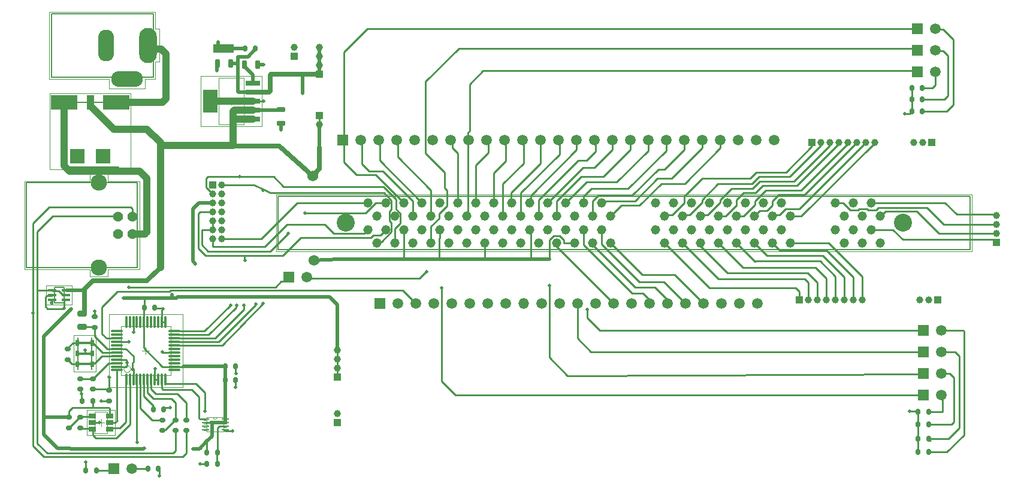
<source format=gtl>
G04*
G04 #@! TF.GenerationSoftware,Altium Limited,Altium Designer,19.1.7 (138)*
G04*
G04 Layer_Physical_Order=1*
G04 Layer_Color=255*
%FSAX43Y43*%
%MOMM*%
G71*
G01*
G75*
%ADD14C,0.200*%
%ADD15C,0.000*%
%ADD16C,0.127*%
%ADD17C,0.100*%
%ADD18C,0.254*%
%ADD19C,0.050*%
G04:AMPARAMS|DCode=20|XSize=0.7mm|YSize=1.25mm|CornerRadius=0.175mm|HoleSize=0mm|Usage=FLASHONLY|Rotation=0.000|XOffset=0mm|YOffset=0mm|HoleType=Round|Shape=RoundedRectangle|*
%AMROUNDEDRECTD20*
21,1,0.700,0.900,0,0,0.0*
21,1,0.350,1.250,0,0,0.0*
1,1,0.350,0.175,-0.450*
1,1,0.350,-0.175,-0.450*
1,1,0.350,-0.175,0.450*
1,1,0.350,0.175,0.450*
%
%ADD20ROUNDEDRECTD20*%
G04:AMPARAMS|DCode=21|XSize=0.6mm|YSize=0.85mm|CornerRadius=0.15mm|HoleSize=0mm|Usage=FLASHONLY|Rotation=0.000|XOffset=0mm|YOffset=0mm|HoleType=Round|Shape=RoundedRectangle|*
%AMROUNDEDRECTD21*
21,1,0.600,0.550,0,0,0.0*
21,1,0.300,0.850,0,0,0.0*
1,1,0.300,0.150,-0.275*
1,1,0.300,-0.150,-0.275*
1,1,0.300,-0.150,0.275*
1,1,0.300,0.150,0.275*
%
%ADD21ROUNDEDRECTD21*%
G04:AMPARAMS|DCode=22|XSize=0.8mm|YSize=1.3mm|CornerRadius=0.2mm|HoleSize=0mm|Usage=FLASHONLY|Rotation=270.000|XOffset=0mm|YOffset=0mm|HoleType=Round|Shape=RoundedRectangle|*
%AMROUNDEDRECTD22*
21,1,0.800,0.900,0,0,270.0*
21,1,0.400,1.300,0,0,270.0*
1,1,0.400,-0.450,-0.200*
1,1,0.400,-0.450,0.200*
1,1,0.400,0.450,0.200*
1,1,0.400,0.450,-0.200*
%
%ADD22ROUNDEDRECTD22*%
%ADD23R,3.810X2.030*%
%ADD24R,1.020X2.030*%
%ADD25R,2.030X2.030*%
%ADD26O,1.800X0.300*%
%ADD27O,0.300X1.800*%
%ADD28R,2.150X0.700*%
%ADD29R,2.150X3.200*%
%ADD30R,1.100X0.650*%
%ADD31R,1.067X0.254*%
%ADD32R,1.190X0.400*%
%ADD33R,2.600X0.400*%
G04:AMPARAMS|DCode=34|XSize=0.7mm|YSize=1.25mm|CornerRadius=0.175mm|HoleSize=0mm|Usage=FLASHONLY|Rotation=270.000|XOffset=0mm|YOffset=0mm|HoleType=Round|Shape=RoundedRectangle|*
%AMROUNDEDRECTD34*
21,1,0.700,0.900,0,0,270.0*
21,1,0.350,1.250,0,0,270.0*
1,1,0.350,-0.450,-0.175*
1,1,0.350,-0.450,0.175*
1,1,0.350,0.450,0.175*
1,1,0.350,0.450,-0.175*
%
%ADD34ROUNDEDRECTD34*%
G04:AMPARAMS|DCode=35|XSize=0.6mm|YSize=0.85mm|CornerRadius=0.15mm|HoleSize=0mm|Usage=FLASHONLY|Rotation=90.000|XOffset=0mm|YOffset=0mm|HoleType=Round|Shape=RoundedRectangle|*
%AMROUNDEDRECTD35*
21,1,0.600,0.550,0,0,90.0*
21,1,0.300,0.850,0,0,90.0*
1,1,0.300,0.275,0.150*
1,1,0.300,0.275,-0.150*
1,1,0.300,-0.275,-0.150*
1,1,0.300,-0.275,0.150*
%
%ADD35ROUNDEDRECTD35*%
%ADD69C,0.700*%
%ADD70C,0.500*%
%ADD71C,1.000*%
%ADD72R,1.000X1.000*%
%ADD73C,1.000*%
%ADD74R,0.800X0.800*%
%ADD75C,1.500*%
%ADD76R,1.500X1.500*%
%ADD77R,1.000X1.000*%
%ADD78O,2.500X5.000*%
%ADD79O,2.250X4.500*%
%ADD80O,4.500X2.250*%
%ADD81C,2.540*%
%ADD82C,1.318*%
%ADD83O,1.510X1.500*%
%ADD84C,2.300*%
%ADD85C,1.428*%
%ADD86C,0.500*%
%ADD87C,1.524*%
G36*
X0057829Y0091856D02*
X0055029D01*
Y0093056D01*
X0057829D01*
Y0091856D01*
D02*
G37*
G36*
X0038130Y0050376D02*
X0037630D01*
Y0051176D01*
X0038130D01*
Y0050376D01*
D02*
G37*
G36*
X0036030D02*
X0035530D01*
Y0051176D01*
X0036030D01*
Y0050376D01*
D02*
G37*
G36*
X0038130Y0048876D02*
X0037631D01*
Y0049676D01*
X0038130D01*
Y0048876D01*
D02*
G37*
G36*
X0036030D02*
X0035529D01*
Y0049676D01*
X0036030D01*
Y0048876D01*
D02*
G37*
G36*
X0038130Y0047376D02*
X0037630D01*
Y0048176D01*
X0038130D01*
Y0047376D01*
D02*
G37*
G36*
X0036030D02*
X0035529D01*
Y0048175D01*
X0036030D01*
Y0047376D01*
D02*
G37*
D14*
X0031112Y0058181D02*
G03*
X0031112Y0058181I-0000100J0000000D01*
G01*
D02*
G03*
X0031112Y0058181I-0000100J0000000D01*
G01*
D15*
X0054967Y0040284D02*
G03*
X0055577Y0040284I0000305J0000000D01*
G01*
X0054967D02*
G03*
X0055577Y0040284I0000305J0000000D01*
G01*
X0054078Y0038202D02*
Y0040284D01*
X0054967D01*
X0055577D01*
X0056466D01*
Y0038202D02*
Y0040284D01*
X0054078Y0038202D02*
X0056466D01*
Y0040107D02*
X0056872D01*
Y0039878D02*
Y0040107D01*
X0056466Y0039878D02*
X0056872D01*
X0056466D02*
Y0040107D01*
Y0039624D02*
X0056872D01*
Y0039370D02*
Y0039624D01*
X0056466Y0039370D02*
X0056872D01*
X0056466D02*
Y0039624D01*
Y0039116D02*
X0056872D01*
Y0038862D02*
Y0039116D01*
X0056466Y0038862D02*
X0056872D01*
X0056466D02*
Y0039116D01*
Y0038608D02*
X0056872D01*
Y0038379D02*
Y0038608D01*
X0056466Y0038379D02*
X0056872D01*
X0056466D02*
Y0038608D01*
X0053672Y0038379D02*
X0054078D01*
X0053672D02*
Y0038608D01*
X0054078D01*
Y0038379D02*
Y0038608D01*
X0053672Y0038862D02*
X0054078D01*
X0053672D02*
Y0039116D01*
X0054078D01*
Y0038862D02*
Y0039116D01*
X0053672Y0039370D02*
X0054078D01*
X0053672D02*
Y0039624D01*
X0054078D01*
Y0039370D02*
Y0039624D01*
X0053672Y0039878D02*
X0054078D01*
X0053672D02*
Y0040107D01*
X0054078D01*
Y0039878D02*
Y0040107D01*
Y0038202D02*
Y0040284D01*
X0054967D01*
X0055577D01*
X0056466D01*
Y0038202D02*
Y0040284D01*
X0054078Y0038202D02*
X0056466D01*
Y0040107D02*
X0056872D01*
Y0039878D02*
Y0040107D01*
X0056466Y0039878D02*
X0056872D01*
X0056466D02*
Y0040107D01*
Y0039624D02*
X0056872D01*
Y0039370D02*
Y0039624D01*
X0056466Y0039370D02*
X0056872D01*
X0056466D02*
Y0039624D01*
Y0039116D02*
X0056872D01*
Y0038862D02*
Y0039116D01*
X0056466Y0038862D02*
X0056872D01*
X0056466D02*
Y0039116D01*
Y0038608D02*
X0056872D01*
Y0038379D02*
Y0038608D01*
X0056466Y0038379D02*
X0056872D01*
X0056466D02*
Y0038608D01*
X0053672Y0038379D02*
X0054078D01*
X0053672D02*
Y0038608D01*
X0054078D01*
Y0038379D02*
Y0038608D01*
X0053672Y0038862D02*
X0054078D01*
X0053672D02*
Y0039116D01*
X0054078D01*
Y0038862D02*
Y0039116D01*
X0053672Y0039370D02*
X0054078D01*
X0053672D02*
Y0039624D01*
X0054078D01*
Y0039370D02*
Y0039624D01*
X0053672Y0039878D02*
X0054078D01*
X0053672D02*
Y0040107D01*
X0054078D01*
Y0039878D02*
Y0040107D01*
D16*
X0055629Y0092056D02*
X0057229D01*
X0055629Y0092856D02*
X0057229D01*
X0055629Y0092056D02*
Y0092856D01*
X0057229Y0092056D02*
Y0092856D01*
X0055629Y0092056D02*
X0057229D01*
X0055629Y0092856D02*
X0057229D01*
X0055629Y0092056D02*
Y0092856D01*
X0057229Y0092056D02*
Y0092856D01*
X0032099Y0088338D02*
X0046499D01*
X0032099D02*
Y0097338D01*
X0046499D01*
Y0088338D02*
Y0097338D01*
X0032099Y0088338D02*
X0046499D01*
X0032099D02*
Y0097338D01*
X0046499D01*
Y0088338D02*
Y0097338D01*
X0033592Y0084836D02*
X0041592D01*
X0033592Y0075626D02*
X0041592D01*
X0033592Y0084836D02*
X0041592D01*
X0033592Y0075626D02*
X0041592D01*
X0032512Y0056451D02*
Y0058611D01*
Y0056451D02*
X0033912D01*
Y0058611D01*
X0032512D02*
X0033912D01*
X0032512Y0056451D02*
Y0058611D01*
Y0056451D02*
X0033912D01*
Y0058611D01*
X0032512D02*
X0033912D01*
X0037830Y0047026D02*
Y0051526D01*
X0035830Y0047026D02*
Y0051526D01*
X0037830Y0047026D02*
Y0051526D01*
X0035830Y0047026D02*
Y0051526D01*
X0161925Y0063987D02*
Y0071527D01*
X0064135D02*
X0161925D01*
X0064135Y0063987D02*
Y0071527D01*
Y0063987D02*
X0161925D01*
Y0071527D01*
X0064135D02*
X0161925D01*
X0064135Y0063987D02*
Y0071527D01*
Y0063987D02*
X0161925D01*
X0044249Y0061402D02*
Y0073432D01*
X0028539Y0061402D02*
X0044249D01*
X0028539Y0073432D02*
X0044249D01*
X0028539Y0061402D02*
Y0073432D01*
X0044249Y0061402D02*
Y0073432D01*
X0028539Y0061402D02*
X0044249D01*
X0028539Y0073432D02*
X0044249D01*
X0028539Y0061402D02*
Y0073432D01*
D17*
X0043338Y0047071D02*
G03*
X0043338Y0047071I-0000500J0000000D01*
G01*
X0048938Y0046171D02*
Y0053171D01*
X0041938Y0046171D02*
Y0053171D01*
X0048938D01*
X0041938Y0046171D02*
X0048938D01*
X0055779Y0088238D02*
X0059329D01*
X0055779Y0081688D02*
X0059329D01*
X0055779D02*
Y0088238D01*
X0059329Y0081688D02*
Y0088238D01*
X0038216Y0037947D02*
Y0041047D01*
X0040016Y0037947D02*
Y0041047D01*
X0038216D02*
X0040016D01*
X0038216Y0037947D02*
X0040016D01*
X0044938Y0049671D02*
X0045938D01*
X0045438Y0049171D02*
Y0050171D01*
X0057554Y0084463D02*
Y0085463D01*
X0057054Y0084963D02*
X0058054D01*
X0038616Y0039497D02*
X0039616D01*
X0039116Y0038997D02*
Y0039997D01*
D18*
X0064897Y0072898D02*
X0078994D01*
X0063500Y0074295D02*
X0064897Y0072898D01*
X0078994D02*
X0080772Y0071120D01*
X0076322Y0066294D02*
X0076835Y0066807D01*
X0072009Y0066294D02*
X0076322D01*
X0070739Y0067564D02*
X0072009Y0066294D01*
X0067310Y0065659D02*
X0077216D01*
X0064770Y0063119D02*
X0067310Y0065659D01*
X0077597Y0066040D02*
X0078608D01*
X0077216Y0065659D02*
X0077597Y0066040D01*
X0078608D02*
X0079375Y0066807D01*
X0054229Y0063754D02*
X0062992D01*
X0065532Y0066294D01*
X0084921Y0060791D02*
X0085132D01*
X0081026Y0077064D02*
Y0079883D01*
X0068199Y0060579D02*
X0068834Y0059944D01*
X0084074D02*
X0084921Y0060791D01*
X0068834Y0059944D02*
X0084074D01*
X0041171Y0050926D02*
X0043084D01*
X0063754Y0058674D02*
X0064528Y0059448D01*
X0043053Y0058674D02*
X0063754D01*
X0064528Y0059448D02*
X0065036D01*
X0065659Y0060071D01*
X0055880Y0051070D02*
X0061016Y0056205D01*
X0036877Y0032858D02*
X0036963Y0032944D01*
X0058674Y0074295D02*
X0063500D01*
X0062027Y0072492D02*
X0062992Y0072009D01*
X0060706Y0073152D02*
X0062027Y0072492D01*
X0079099Y0072009D02*
X0080171Y0070937D01*
X0054207Y0074295D02*
X0058674D01*
X0053964Y0074052D02*
X0054207Y0074295D01*
X0047688Y0053721D02*
X0048188D01*
X0047879Y0055559D02*
Y0055626D01*
X0047688Y0055368D02*
X0047879Y0055559D01*
X0047688Y0053721D02*
Y0055368D01*
X0047832Y0055673D02*
X0047879Y0055626D01*
X0046804Y0055673D02*
X0047832D01*
X0046724Y0055753D02*
X0046804Y0055673D01*
X0045212Y0057150D02*
X0045224Y0057138D01*
Y0055753D02*
Y0057138D01*
X0045197Y0055726D02*
X0045224Y0055753D01*
X0045197Y0053730D02*
Y0055726D01*
X0045188Y0053721D02*
X0045197Y0053730D01*
X0031496Y0035179D02*
X0049276D01*
X0030099Y0036576D02*
X0031496Y0035179D01*
X0030099Y0036576D02*
Y0056134D01*
Y0066548D01*
Y0056134D02*
X0030114Y0056149D01*
X0030099Y0066548D02*
X0032258Y0068707D01*
X0041489D01*
X0029464Y0054991D02*
Y0067691D01*
X0031750Y0069977D01*
X0030988Y0034671D02*
X0050673D01*
X0029464Y0036195D02*
X0030988Y0034671D01*
X0029464Y0036195D02*
Y0054991D01*
X0043053Y0050927D02*
X0043084Y0050926D01*
X0041397Y0048412D02*
X0042647D01*
X0042799Y0048260D01*
X0043688Y0052324D02*
Y0053721D01*
X0049488Y0052421D02*
X0053691D01*
X0044188Y0036711D02*
X0044196Y0036703D01*
X0047829Y0047421D02*
X0049488D01*
X0046688Y0045621D02*
X0047188D01*
X0045188Y0050062D02*
X0047829Y0047421D01*
X0058166Y0055753D02*
X0058293Y0056134D01*
X0046688Y0045621D02*
Y0047069D01*
X0041388Y0047421D02*
X0042650D01*
X0041395Y0049914D02*
X0042669D01*
X0043688Y0048054D02*
Y0048895D01*
X0054334Y0051921D02*
X0058166Y0055753D01*
X0043591Y0047956D02*
X0043688Y0048054D01*
X0053799Y0041148D02*
Y0043737D01*
X0043688Y0045621D02*
Y0047048D01*
X0049488Y0047421D02*
X0050791D01*
X0047861Y0049421D02*
X0049488D01*
X0055231Y0051421D02*
X0059309Y0055499D01*
X0042669Y0049914D02*
X0043688Y0048895D01*
X0041388Y0048421D02*
X0041397Y0048412D01*
X0042799Y0048006D02*
Y0048260D01*
X0041388Y0049921D02*
X0041395Y0049914D01*
X0052538Y0044998D02*
X0053799Y0043737D01*
X0043688Y0047048D02*
Y0047117D01*
X0048209Y0044998D02*
X0052538D01*
X0047752Y0049530D02*
X0047861Y0049421D01*
X0050791Y0047421D02*
X0050800Y0047430D01*
X0049488Y0051421D02*
X0055231D01*
X0048188Y0045019D02*
X0048209Y0044998D01*
X0042799Y0047570D02*
Y0048006D01*
X0043591Y0047048D02*
Y0047956D01*
X0059309Y0055499D02*
Y0056134D01*
X0048188Y0045019D02*
Y0045621D01*
X0042650Y0047421D02*
X0042799Y0047570D01*
X0044188Y0036711D02*
Y0045621D01*
X0045188Y0050062D02*
Y0053721D01*
X0053691Y0052421D02*
X0057404Y0056134D01*
X0046688Y0047069D02*
X0046736Y0047117D01*
X0049488Y0051921D02*
X0054334D01*
X0089662Y0092456D02*
X0154432D01*
X0084975Y0087769D02*
X0089662Y0092456D01*
X0084975Y0077585D02*
Y0087769D01*
X0073406Y0076327D02*
Y0091948D01*
X0076708Y0095250D02*
X0154432D01*
X0073406Y0091948D02*
X0076708Y0095250D01*
X0038003Y0047849D02*
X0038197D01*
X0037930Y0047776D02*
X0038003Y0047849D01*
X0038197D02*
X0039269Y0048921D01*
X0041388D01*
X0034405Y0048399D02*
X0035028Y0047776D01*
X0036830D02*
X0037930D01*
X0037973Y0045720D02*
X0040165Y0047912D01*
X0036195Y0045962D02*
X0036437Y0045720D01*
X0037973D01*
X0040165Y0047912D02*
X0041379D01*
X0036322Y0042696D02*
X0036473Y0042545D01*
X0036322Y0042696D02*
Y0043561D01*
X0036275Y0043608D02*
X0036322Y0043561D01*
X0036275Y0043608D02*
Y0044147D01*
X0036214Y0044208D02*
X0036275Y0044147D01*
X0040259Y0044057D02*
Y0045974D01*
X0037992Y0044208D02*
X0040108D01*
X0040259Y0044057D01*
X0040253Y0042551D02*
X0040259Y0042557D01*
X0039122Y0042551D02*
X0040253D01*
X0039116Y0042545D02*
X0039122Y0042551D01*
X0040259Y0045974D02*
X0040446D01*
X0037973Y0041656D02*
X0040167D01*
X0035052D02*
X0037973D01*
Y0042545D01*
X0040167Y0041656D02*
X0040316Y0041507D01*
X0034544Y0041148D02*
X0035052Y0041656D01*
X0041388Y0039797D02*
X0041402Y0039783D01*
X0041388Y0039797D02*
Y0046921D01*
X0041116Y0039497D02*
X0041402Y0039783D01*
X0037973Y0037719D02*
X0038354Y0037338D01*
X0041275D02*
X0043188Y0039251D01*
X0038354Y0037338D02*
X0041275D01*
X0041783Y0038735D02*
X0042667Y0039619D01*
X0040504Y0038735D02*
X0041783D01*
X0042667Y0039619D02*
Y0045212D01*
X0049657Y0038366D02*
Y0038493D01*
X0049276Y0035179D02*
X0049657Y0035560D01*
X0046863Y0043561D02*
X0049911D01*
X0046188Y0044236D02*
X0046863Y0043561D01*
X0046188Y0044236D02*
Y0045621D01*
X0046482Y0042926D02*
X0049022D01*
X0045697Y0043711D02*
X0046482Y0042926D01*
X0045697Y0043711D02*
Y0045612D01*
X0046494Y0041402D02*
Y0041898D01*
X0045188Y0043204D02*
X0046494Y0041898D01*
X0045188Y0043204D02*
Y0045621D01*
X0044688Y0041545D02*
Y0045621D01*
Y0041545D02*
X0046367Y0039866D01*
X0036963Y0032944D02*
Y0033903D01*
X0036957Y0033909D02*
X0036963Y0033903D01*
X0050673Y0034671D02*
X0051162Y0035160D01*
X0040767Y0032385D02*
X0040894Y0032512D01*
X0051162Y0035160D02*
Y0038366D01*
X0049657Y0035560D02*
Y0038366D01*
X0054065Y0035287D02*
Y0036842D01*
X0046367Y0039866D02*
X0047752D01*
Y0038366D02*
X0047911Y0038525D01*
X0048191D01*
X0049532Y0039866D01*
X0049657D01*
X0049022Y0042926D02*
X0049657Y0042291D01*
X0049911Y0043561D02*
X0051162Y0042310D01*
X0048848Y0041609D02*
X0048895Y0041656D01*
X0047994Y0041402D02*
Y0041438D01*
X0048165Y0041609D01*
X0048848D01*
X0049657Y0039993D02*
Y0042291D01*
X0051162Y0039866D02*
Y0042310D01*
X0055577Y0035299D02*
Y0038735D01*
X0055565Y0035287D02*
X0055577Y0035299D01*
X0052959Y0040132D02*
X0053086Y0040005D01*
X0053850D01*
X0047688Y0044345D02*
Y0045621D01*
X0052959Y0040132D02*
Y0043180D01*
X0051943Y0044196D02*
X0052959Y0043180D01*
X0047837Y0044196D02*
X0051943D01*
X0047688Y0044345D02*
X0047837Y0044196D01*
X0056568Y0038354D02*
X0057711D01*
X0053086Y0033636D02*
X0053987D01*
X0072517Y0048514D02*
Y0049784D01*
Y0047244D02*
Y0048514D01*
Y0045974D02*
Y0047244D01*
X0107823Y0054356D02*
X0109601Y0052578D01*
X0155321D01*
X0107823Y0054356D02*
Y0055499D01*
X0106426Y0051435D02*
X0108331Y0049530D01*
X0155321D01*
X0102489Y0048768D02*
X0105029Y0046101D01*
X0102489Y0048768D02*
Y0058928D01*
X0105029Y0046101D02*
X0155194Y0046355D01*
X0093091Y0089281D02*
X0154432Y0089281D01*
X0090995Y0068897D02*
Y0080581D01*
X0087249Y0045339D02*
X0089154Y0043434D01*
X0087249Y0045339D02*
Y0058547D01*
X0106426Y0051435D02*
Y0056388D01*
X0091186Y0087376D02*
X0093091Y0089281D01*
X0158750Y0085725D02*
Y0091440D01*
X0158103Y0092087D02*
X0158750Y0091440D01*
X0157087Y0092087D02*
X0158103D01*
X0156972Y0092202D02*
X0157087Y0092087D01*
X0158242Y0085217D02*
X0158750Y0085725D01*
X0088757Y0078375D02*
X0089535Y0077597D01*
X0088757Y0078375D02*
Y0079264D01*
X0088519Y0079502D02*
X0088757Y0079264D01*
X0089535Y0070607D02*
Y0077597D01*
X0097028Y0072009D02*
X0101219Y0076200D01*
Y0079502D01*
X0103886Y0077445D02*
Y0079502D01*
X0098425Y0071984D02*
X0103886Y0077445D01*
X0106553Y0076581D02*
X0107696D01*
X0100965Y0070993D02*
X0106553Y0076581D01*
X0100965Y0068707D02*
Y0070993D01*
X0111379Y0078105D02*
Y0079502D01*
X0108839Y0075565D02*
X0111379Y0078105D01*
X0107193Y0075565D02*
X0108839D01*
X0108966Y0077851D02*
Y0079375D01*
X0107696Y0076581D02*
X0108966Y0077851D01*
X0106299Y0078105D02*
Y0079502D01*
X0099822Y0071628D02*
X0106299Y0078105D01*
X0099822Y0070734D02*
Y0071628D01*
X0099695Y0070607D02*
X0099822Y0070734D01*
X0108839Y0079502D02*
X0108966Y0079375D01*
X0102235Y0070607D02*
X0107193Y0075565D01*
X0113919Y0078105D02*
Y0079502D01*
X0106992Y0074295D02*
X0110109D01*
X0113919Y0078105D01*
X0103505Y0070808D02*
X0106992Y0074295D01*
X0104775Y0070607D02*
X0107699Y0073531D01*
X0112011D01*
X0116459Y0077978D01*
Y0079502D01*
X0121539Y0078105D02*
Y0079502D01*
X0118745Y0075311D02*
X0121539Y0078105D01*
X0117856Y0075311D02*
X0118745D01*
X0114192Y0071647D02*
X0117856Y0075311D01*
X0107315Y0071501D02*
X0108395Y0072580D01*
X0113602D01*
X0118999Y0077978D01*
Y0079502D01*
X0109424Y0071647D02*
X0114192D01*
X0118283Y0073325D02*
X0121585D01*
X0126619Y0078359D02*
Y0079502D01*
X0121585Y0073325D02*
X0126619Y0078359D01*
X0114554Y0070866D02*
X0117729Y0074041D01*
X0119761D01*
X0124079Y0078359D01*
Y0079502D01*
X0110114Y0070866D02*
X0114554D01*
X0109855Y0070607D02*
X0110114Y0070866D01*
X0115169Y0070211D02*
X0118283Y0073325D01*
X0112629Y0070211D02*
X0115169D01*
X0111125Y0068707D02*
X0112629Y0070211D01*
X0135890Y0074930D02*
X0139573Y0078613D01*
X0131699Y0074930D02*
X0135890D01*
X0139573Y0078613D02*
Y0079121D01*
X0126595Y0071038D02*
X0128201Y0072644D01*
X0124055Y0071038D02*
X0126296Y0073279D01*
X0130810Y0074041D02*
X0131699Y0074930D01*
X0124079Y0074041D02*
X0130810D01*
X0121515Y0071477D02*
X0124079Y0074041D01*
X0132080Y0074295D02*
X0136398D01*
X0131064Y0073279D02*
X0132080Y0074295D01*
X0126296Y0073279D02*
X0131064D01*
X0121515Y0070588D02*
Y0071477D01*
X0119833Y0068906D02*
X0121515Y0070588D01*
X0118944Y0068906D02*
X0119833D01*
X0140843Y0078740D02*
Y0079121D01*
X0136398Y0074295D02*
X0140843Y0078740D01*
X0142113D02*
Y0079121D01*
X0137033Y0073660D02*
X0142113Y0078740D01*
X0132207Y0073660D02*
X0137033D01*
X0067945Y0069164D02*
X0076518D01*
X0128201Y0072644D02*
X0131191D01*
X0132207Y0073660D01*
X0128824Y0070126D02*
X0128905D01*
X0127405Y0068707D02*
X0128824Y0070126D01*
X0131572Y0072009D02*
X0132588Y0073025D01*
X0137414D02*
X0143383Y0078994D01*
Y0079121D01*
X0132588Y0073025D02*
X0137414D01*
X0129921Y0072009D02*
X0131572D01*
X0128905Y0070993D02*
X0129921Y0072009D01*
X0128905Y0070126D02*
Y0070993D01*
X0126365Y0068707D02*
X0127405D01*
X0133985Y0070231D02*
Y0070866D01*
X0133223Y0069469D02*
X0133985Y0070231D01*
X0132207Y0069469D02*
X0133223D01*
X0133985Y0070866D02*
X0134874Y0071755D01*
X0138557D01*
X0131445Y0068707D02*
X0132207Y0069469D01*
X0129921Y0068707D02*
X0131508Y0070295D01*
Y0070871D01*
X0133027Y0072390D01*
X0138049D01*
X0128905Y0068707D02*
X0129921D01*
X0138049Y0072390D02*
X0144653Y0078994D01*
Y0079121D01*
X0138557Y0071755D02*
X0145923Y0079121D01*
X0137819Y0069747D02*
X0147193Y0079121D01*
X0135866Y0069747D02*
X0137819D01*
X0148336Y0078994D02*
X0148365Y0079141D01*
X0136525Y0068707D02*
X0138049D01*
X0081725Y0058229D02*
X0083566Y0056388D01*
X0048958Y0058229D02*
X0081725D01*
X0103505Y0064389D02*
X0111506Y0056388D01*
X0103505Y0064389D02*
Y0064907D01*
X0107315Y0064643D02*
X0114173Y0057785D01*
X0115697D01*
X0116586Y0056896D01*
Y0056388D02*
Y0056896D01*
X0107315Y0064643D02*
Y0066807D01*
X0119126Y0056388D02*
Y0056896D01*
X0117348Y0058674D02*
X0119126Y0056896D01*
X0114554Y0058674D02*
X0117348D01*
X0108585Y0064643D02*
X0114554Y0058674D01*
X0108585Y0064643D02*
Y0064907D01*
X0120142Y0060452D02*
X0124206Y0056388D01*
X0115580Y0060452D02*
X0120142D01*
X0118659Y0059395D02*
X0121666Y0056388D01*
X0115166Y0059395D02*
X0118659D01*
X0124206Y0056388D02*
X0124460D01*
X0111125Y0064907D02*
X0115580Y0060452D01*
X0140081Y0061468D02*
X0141605Y0059944D01*
Y0056896D02*
Y0059944D01*
X0125105Y0058547D02*
X0137287D01*
X0137795Y0058039D01*
Y0056896D02*
Y0058039D01*
X0161036Y0037719D02*
Y0052429D01*
X0158642Y0035325D02*
X0161036Y0037719D01*
X0156071Y0035325D02*
X0158642D01*
X0160401Y0038735D02*
Y0048895D01*
X0158896Y0037230D02*
X0160401Y0038735D01*
X0156071Y0037230D02*
X0158896D01*
X0159639Y0039624D02*
Y0045847D01*
X0159277Y0039262D02*
X0159639Y0039624D01*
X0156071Y0039262D02*
X0159277D01*
X0157988Y0041040D02*
Y0043307D01*
X0157861Y0043434D02*
X0157988Y0043307D01*
X0089154Y0043422D02*
X0155309Y0043422D01*
X0155321Y0043434D01*
X0159766Y0049530D02*
X0160401Y0048895D01*
X0159004Y0046482D02*
X0159639Y0045847D01*
X0157861Y0046482D02*
X0159004D01*
X0155194Y0046355D02*
X0155321Y0046482D01*
X0157861Y0049530D02*
X0159766D01*
X0160887Y0052578D02*
X0161036Y0052429D01*
X0157861Y0052578D02*
X0160887D01*
X0155321D02*
X0155575D01*
X0133233Y0063119D02*
X0141097D01*
X0131445Y0064907D02*
X0133233Y0063119D01*
X0131572Y0062357D02*
X0140716D01*
X0131514Y0062299D02*
X0131572Y0062357D01*
X0128905Y0064907D02*
X0131514Y0062299D01*
X0129804Y0061468D02*
X0140081D01*
X0126365Y0064907D02*
X0129804Y0061468D01*
X0127635Y0060706D02*
X0138938D01*
X0123825Y0064516D02*
X0127635Y0060706D01*
X0123825Y0064516D02*
Y0064907D01*
X0140335Y0056896D02*
Y0059309D01*
X0138938Y0060706D02*
X0140335Y0059309D01*
X0139065Y0056896D02*
Y0059309D01*
X0138557Y0059817D02*
X0139065Y0059309D01*
X0126375Y0059817D02*
X0138557D01*
X0121285Y0064907D02*
X0126375Y0059817D01*
X0118745Y0064907D02*
X0125105Y0058547D01*
X0142875Y0056896D02*
Y0060198D01*
X0140716Y0062357D02*
X0142875Y0060198D01*
X0144145Y0056896D02*
Y0060071D01*
X0141097Y0063119D02*
X0144145Y0060071D01*
X0141605Y0063881D02*
X0145415Y0060071D01*
X0135011Y0063881D02*
X0141605D01*
X0133985Y0064907D02*
X0135011Y0063881D01*
X0145415Y0056896D02*
Y0060071D01*
X0146685Y0056896D02*
Y0060198D01*
X0141976Y0064907D02*
X0146685Y0060198D01*
X0136525Y0064907D02*
X0141976D01*
X0076830Y0070612D02*
X0076835Y0070607D01*
X0066802Y0070612D02*
X0076830D01*
X0061722Y0065532D02*
X0066802Y0070612D01*
X0056134Y0065532D02*
X0061722D01*
X0055577Y0038735D02*
X0055831Y0038989D01*
X0046482Y0057150D02*
X0046506Y0057126D01*
X0049784Y0057150D02*
X0049911Y0057277D01*
X0059309Y0063119D02*
X0064770D01*
X0053848D02*
X0059309D01*
X0059389Y0063039D01*
Y0062531D02*
Y0063039D01*
Y0062531D02*
X0059436Y0062484D01*
X0065405Y0067564D02*
X0070739D01*
X0062230Y0064389D02*
X0065405Y0067564D01*
X0054864Y0064389D02*
X0062230D01*
X0054864D02*
Y0065532D01*
X0053362Y0064621D02*
X0054229Y0063754D01*
X0053362Y0064621D02*
Y0066802D01*
X0076518Y0069164D02*
X0077961Y0070607D01*
X0079375D01*
X0053362Y0066802D02*
X0054864D01*
X0052832Y0064135D02*
X0053848Y0063119D01*
X0054864Y0066802D02*
Y0068072D01*
X0052832Y0064135D02*
Y0069088D01*
X0053086Y0069342D01*
X0054864D01*
X0080772Y0069742D02*
Y0071120D01*
Y0069742D02*
X0081441Y0069073D01*
Y0067694D02*
Y0069073D01*
X0080645Y0066898D02*
X0081441Y0067694D01*
X0080645Y0064907D02*
Y0066898D01*
X0053964Y0072782D02*
Y0074052D01*
Y0072782D02*
X0054864Y0071882D01*
X0062992Y0072009D02*
X0079099D01*
X0078105Y0064907D02*
X0078309Y0065111D01*
X0078804D01*
X0080171Y0066477D01*
Y0067757D01*
X0079849Y0068079D02*
X0080171Y0067757D01*
X0079849Y0068079D02*
Y0069358D01*
X0080171Y0069680D01*
Y0070937D01*
X0067448Y0088773D02*
X0067564Y0088657D01*
X0056695Y0040005D02*
X0056720D01*
X0055831Y0038989D02*
X0056695D01*
X0054666Y0039497D02*
X0054815Y0039348D01*
X0053850Y0039497D02*
X0054666D01*
X0057711Y0038354D02*
X0057723Y0038342D01*
X0055438Y0033636D02*
X0055502Y0033700D01*
Y0035224D01*
X0055565Y0035287D01*
X0031750Y0069977D02*
X0043307D01*
X0030114Y0058181D02*
X0032252D01*
X0034172D02*
X0034218Y0058227D01*
X0037973Y0037719D02*
Y0038490D01*
X0043188Y0039251D02*
Y0045621D01*
X0042688Y0045233D02*
Y0045621D01*
X0034544Y0040247D02*
Y0041148D01*
X0040316Y0040447D02*
Y0041507D01*
X0037816Y0038647D02*
X0037916Y0038547D01*
X0036295Y0038647D02*
X0037816D01*
X0036195Y0038747D02*
X0036295Y0038647D01*
X0037916Y0038547D02*
X0037973Y0038490D01*
X0040316Y0038547D02*
X0040504Y0038735D01*
X0042667Y0045212D02*
X0042688Y0045233D01*
X0040316Y0039497D02*
X0041116D01*
X0040316Y0039497D02*
X0040316Y0039497D01*
X0040316Y0038547D02*
X0040541D01*
X0034544Y0038747D02*
X0034657D01*
X0034828Y0038918D01*
Y0039005D01*
X0036070Y0040247D01*
X0036195D01*
X0037816Y0040347D02*
X0037916Y0040447D01*
X0036295Y0040347D02*
X0037816D01*
X0036195Y0040247D02*
X0036295Y0040347D01*
X0056642Y0045578D02*
X0056654Y0045590D01*
X0056654Y0047498D02*
X0056654Y0047498D01*
X0056586Y0047430D02*
X0056654Y0047498D01*
X0036830Y0049276D02*
Y0049784D01*
X0036711Y0056195D02*
X0036772Y0056134D01*
X0036555Y0054925D02*
X0036772Y0055142D01*
X0036449Y0054925D02*
X0036555D01*
X0038175Y0053023D02*
X0038227Y0052971D01*
X0036451Y0053023D02*
X0038175D01*
X0036449Y0053025D02*
X0036451Y0053023D01*
X0038227Y0054471D02*
Y0055245D01*
Y0051689D02*
X0039995Y0049921D01*
X0038227Y0051689D02*
Y0052971D01*
X0055626Y0093345D02*
X0055629Y0093342D01*
X0055499Y0090281D02*
X0055515Y0090297D01*
X0059309Y0089945D02*
Y0090170D01*
X0047359Y0032004D02*
Y0033159D01*
X0047220Y0033020D02*
X0047359Y0033159D01*
X0036877Y0032858D02*
X0036969Y0032766D01*
X0040640D02*
X0040894Y0033020D01*
X0038596Y0032766D02*
X0040640D01*
X0043422Y0033020D02*
X0045720D01*
X0048768Y0058039D02*
X0048958Y0058229D01*
X0041402Y0058039D02*
X0048768D01*
X0039243Y0055880D02*
X0041402Y0058039D01*
X0039243Y0052042D02*
Y0055880D01*
Y0052042D02*
X0039878Y0051407D01*
Y0051421D01*
X0041388D01*
X0091186Y0080772D02*
Y0087376D01*
X0153924Y0091694D02*
X0154432Y0092202D01*
X0037592Y0084331D02*
Y0084836D01*
X0043307Y0069977D02*
X0043529Y0069755D01*
Y0068667D02*
Y0069755D01*
X0041489Y0068707D02*
X0041529Y0068667D01*
X0045339Y0066167D02*
X0045593Y0066421D01*
X0060579Y0084963D02*
X0062103D01*
X0045688Y0045621D02*
X0045697Y0045612D01*
X0039285Y0049421D02*
X0041388D01*
X0037930Y0050776D02*
X0039285Y0049421D01*
X0055731Y0050921D02*
X0055880Y0051070D01*
X0049488Y0050921D02*
X0055731D01*
X0049488Y0050421D02*
X0056263D01*
X0062006Y0056388D01*
X0039995Y0049921D02*
X0041388D01*
X0035155Y0050776D02*
X0037930D01*
X0032267Y0058166D02*
X0033142D01*
X0033777Y0057531D01*
X0034172D01*
X0032252Y0058181D02*
X0032267Y0058166D01*
X0058154Y0044481D02*
Y0045485D01*
X0058154Y0046494D02*
X0058166Y0046482D01*
X0058154Y0046494D02*
Y0047498D01*
X0037916Y0039497D02*
X0038866D01*
X0041379Y0047912D02*
X0041388Y0047921D01*
X0035028Y0047776D02*
X0036830D01*
X0034278Y0049899D02*
X0035155Y0050776D01*
X0031561Y0055626D02*
X0033894D01*
X0033934Y0055666D01*
X0031276Y0055911D02*
X0031561Y0055626D01*
X0031276Y0055911D02*
Y0057246D01*
X0031492Y0057462D01*
X0032183D01*
X0032252Y0057531D01*
X0033934Y0055666D02*
Y0056808D01*
X0034007Y0056881D01*
X0034172D01*
X0032196Y0056388D02*
Y0056825D01*
X0032252Y0056881D01*
X0056134Y0073152D02*
X0060706D01*
X0076760Y0070532D02*
X0076835Y0070607D01*
X0062992Y0088624D02*
X0063141Y0088773D01*
X0060951Y0092331D02*
Y0092456D01*
X0059309Y0090170D02*
X0059359Y0090120D01*
X0104545Y0064907D02*
Y0065338D01*
X0103936Y0065947D02*
X0104545Y0065338D01*
X0103074Y0065947D02*
X0103936D01*
X0104545Y0064907D02*
X0106045D01*
X0102465Y0062613D02*
X0102489Y0062589D01*
X0102465Y0062613D02*
Y0065338D01*
X0103074Y0065947D01*
X0081915Y0062589D02*
Y0066807D01*
X0086868Y0062589D02*
Y0065532D01*
X0086995Y0065659D01*
Y0066807D01*
X0093218Y0062589D02*
X0093345Y0062716D01*
Y0064907D01*
X0099822Y0062589D02*
Y0062738D01*
X0099841Y0062757D01*
Y0066661D01*
X0099695Y0066807D02*
X0099841Y0066661D01*
X0060579Y0083693D02*
X0060610Y0083724D01*
X0064436D02*
X0064516Y0083804D01*
X0057785Y0082296D02*
X0057912Y0082423D01*
X0057785Y0083544D02*
X0057934Y0083693D01*
X0069977Y0081661D02*
Y0082931D01*
X0109855Y0064706D02*
X0115166Y0059395D01*
X0109855Y0064706D02*
Y0066807D01*
X0088035Y0070176D02*
Y0072351D01*
X0086894Y0069035D02*
X0088035Y0070176D01*
X0085725Y0068707D02*
Y0072365D01*
X0087668Y0072718D02*
X0088035Y0072351D01*
X0087668Y0072718D02*
Y0074892D01*
X0084975Y0077585D02*
X0087668Y0074892D01*
X0083185Y0068707D02*
Y0070808D01*
X0077973Y0074549D02*
X0081915Y0070607D01*
X0081026Y0077064D02*
X0085725Y0072365D01*
Y0067236D02*
X0086894Y0068405D01*
X0085725Y0064907D02*
Y0067236D01*
X0086894Y0068405D02*
Y0069035D01*
X0088265Y0068707D02*
X0088285Y0068727D01*
X0078486Y0076576D02*
X0084455Y0070607D01*
X0078486Y0076576D02*
Y0079883D01*
X0076962Y0075057D02*
X0078936D01*
X0083185Y0070808D01*
X0075946Y0076073D02*
X0076962Y0075057D01*
X0075946Y0076073D02*
Y0079883D01*
X0075184Y0074549D02*
X0077973D01*
X0073406Y0076327D02*
X0075184Y0074549D01*
X0090805Y0068707D02*
X0090995Y0068897D01*
Y0080581D02*
X0091186Y0080772D01*
X0093853Y0077724D02*
Y0079883D01*
X0092075Y0075946D02*
X0093853Y0077724D01*
X0092075Y0070607D02*
Y0075946D01*
X0094615Y0070607D02*
Y0074839D01*
X0096266Y0076490D01*
Y0079883D01*
X0095885Y0068707D02*
Y0073254D01*
X0098806Y0076175D01*
Y0079883D01*
X0097028Y0070734D02*
Y0072009D01*
Y0070734D02*
X0097155Y0070607D01*
X0098425Y0068707D02*
Y0071984D01*
X0103505Y0068707D02*
Y0070808D01*
X0107315Y0070607D02*
Y0071501D01*
X0108585Y0070808D02*
X0109424Y0071647D01*
X0108585Y0068707D02*
Y0070808D01*
X0126595Y0070636D02*
Y0071038D01*
X0124865Y0068906D02*
X0126595Y0070636D01*
X0124024Y0068906D02*
X0124865D01*
X0123825Y0068707D02*
X0124024Y0068906D01*
X0124055Y0070636D02*
Y0071038D01*
X0122325Y0068906D02*
X0124055Y0070636D01*
X0121484Y0068906D02*
X0122325D01*
X0121285Y0068707D02*
X0121484Y0068906D01*
X0118745Y0068707D02*
X0118944Y0068906D01*
X0135025D02*
X0135866Y0069747D01*
X0133985Y0068707D02*
X0134184Y0068906D01*
X0135025D01*
X0138049Y0068707D02*
X0148336Y0078994D01*
X0157480Y0066294D02*
X0165608D01*
X0154366Y0069408D02*
X0157480Y0066294D01*
X0149995Y0069408D02*
X0154366D01*
X0165235Y0065397D02*
X0165608Y0065024D01*
X0152425Y0065397D02*
X0165235D01*
X0151015Y0066807D02*
X0152425Y0065397D01*
X0147955Y0066807D02*
X0151015D01*
X0147524Y0069567D02*
X0148614D01*
X0147344Y0069747D02*
X0147524Y0069567D01*
X0146254Y0069747D02*
X0147344D01*
X0146074Y0069567D02*
X0146254Y0069747D01*
X0144984Y0069567D02*
X0146074D01*
X0149225Y0068707D02*
X0149294D01*
X0149995Y0069408D01*
X0143944Y0070607D02*
X0144984Y0069567D01*
X0155840Y0069916D02*
X0158192Y0067564D01*
X0148963Y0069916D02*
X0155840D01*
X0148614Y0069567D02*
X0148963Y0069916D01*
X0160020Y0068961D02*
X0165481D01*
X0165608Y0068834D01*
X0158374Y0070607D02*
X0160020Y0068961D01*
X0147955Y0070607D02*
X0158374D01*
X0142875D02*
X0143944D01*
X0158192Y0067564D02*
X0165608D01*
X0156972Y0087249D02*
Y0089154D01*
X0156591Y0086868D02*
X0156972Y0087249D01*
X0155182Y0086868D02*
X0156591D01*
X0155170Y0085217D02*
X0158242D01*
X0155170Y0083566D02*
X0158623D01*
X0159512Y0084455D01*
Y0093726D01*
X0158103Y0095135D02*
X0159512Y0093726D01*
X0157087Y0095135D02*
X0158103D01*
X0156972Y0095250D02*
X0157087Y0095135D01*
X0152654Y0083185D02*
X0153402D01*
X0153670Y0083453D01*
Y0083566D01*
Y0085217D01*
X0153676Y0085223D01*
Y0086862D01*
X0153682Y0086868D01*
X0154491Y0041120D02*
X0154571Y0041040D01*
X0153590Y0041120D02*
X0154491D01*
X0153376Y0041080D02*
X0153590Y0041120D01*
X0154571Y0037230D02*
Y0039262D01*
Y0041040D01*
Y0035325D02*
Y0037230D01*
X0156210Y0041040D02*
X0157988D01*
X0156242Y0036946D02*
X0156355D01*
X0156071Y0037117D02*
X0156242Y0036946D01*
X0156071Y0037117D02*
Y0037230D01*
D19*
X0045349Y0088088D02*
X0046799D01*
X0045349Y0086738D02*
Y0088088D01*
X0040249Y0086738D02*
X0045349D01*
X0040249D02*
Y0088088D01*
X0031799D02*
X0040249D01*
X0031799D02*
Y0097588D01*
X0046799D01*
Y0095188D02*
Y0097588D01*
Y0088088D02*
Y0090588D01*
X0047349D01*
Y0095188D01*
X0046799D02*
X0047349D01*
X0031842Y0086086D02*
X0043342D01*
Y0075336D02*
Y0086086D01*
X0031842Y0075336D02*
X0043342D01*
X0031842D02*
Y0086086D01*
X0050638Y0044471D02*
Y0054871D01*
X0040238Y0044471D02*
Y0054871D01*
X0050638D01*
X0040238Y0044471D02*
X0050638D01*
X0053229Y0088513D02*
X0061879D01*
X0053229Y0081413D02*
X0061879D01*
X0053229D02*
Y0088513D01*
X0061879Y0081413D02*
Y0088513D01*
X0037116Y0037697D02*
Y0041297D01*
X0041116Y0037697D02*
Y0041297D01*
X0037116D02*
X0041116D01*
X0037116Y0037697D02*
X0041116D01*
X0038380Y0046726D02*
Y0051826D01*
X0035280Y0046726D02*
X0038380D01*
X0035280D02*
Y0051826D01*
X0038380D01*
X0162180Y0063737D02*
Y0071777D01*
X0063880D02*
X0162180D01*
X0063880Y0063737D02*
Y0071777D01*
Y0063737D02*
X0162180D01*
X0040069Y0073667D02*
X0044569D01*
X0040069D02*
Y0074667D01*
X0037569D02*
X0040069D01*
X0037569Y0073667D02*
Y0074667D01*
X0028319Y0073667D02*
X0037569D01*
X0028319Y0061167D02*
Y0073667D01*
Y0061167D02*
X0037569D01*
Y0060167D02*
Y0061167D01*
Y0060167D02*
X0040069D01*
Y0061167D01*
X0044569D01*
Y0073667D01*
X0031402Y0058861D02*
X0035022D01*
Y0056201D02*
Y0058861D01*
X0031402Y0056201D02*
X0035022D01*
X0031402D02*
Y0058861D01*
D20*
X0059359Y0090170D02*
D03*
X0061259D02*
D03*
X0057465Y0090297D02*
D03*
X0055565D02*
D03*
D21*
X0045224Y0055753D02*
D03*
X0046724D02*
D03*
X0154571Y0035325D02*
D03*
X0156071D02*
D03*
X0058154Y0047498D02*
D03*
X0056654D02*
D03*
X0046494Y0041402D02*
D03*
X0047994D02*
D03*
X0036473Y0042545D02*
D03*
X0037973D02*
D03*
X0058154Y0045485D02*
D03*
X0056654D02*
D03*
X0055565Y0033655D02*
D03*
X0054065D02*
D03*
X0055565Y0035287D02*
D03*
X0054065D02*
D03*
X0153670Y0083566D02*
D03*
X0155170D02*
D03*
X0153670Y0085217D02*
D03*
X0155170D02*
D03*
X0153682Y0086868D02*
D03*
X0155182D02*
D03*
X0038469Y0032766D02*
D03*
X0036969D02*
D03*
X0047220Y0033020D02*
D03*
X0045720D02*
D03*
X0154571Y0041040D02*
D03*
X0156071D02*
D03*
X0154571Y0039262D02*
D03*
X0156071D02*
D03*
X0154571Y0037230D02*
D03*
X0156071D02*
D03*
X0059451Y0092456D02*
D03*
X0060951D02*
D03*
D22*
X0036449Y0054875D02*
D03*
Y0053075D02*
D03*
D23*
X0033907Y0084836D02*
D03*
X0041277D02*
D03*
D24*
X0037592D02*
D03*
D25*
X0035812Y0077216D02*
D03*
X0039372D02*
D03*
D26*
X0041388Y0052421D02*
D03*
Y0051421D02*
D03*
Y0050921D02*
D03*
Y0050421D02*
D03*
Y0049921D02*
D03*
Y0049421D02*
D03*
Y0048921D02*
D03*
Y0048421D02*
D03*
Y0047921D02*
D03*
Y0047421D02*
D03*
Y0046921D02*
D03*
X0049488Y0052421D02*
D03*
Y0051921D02*
D03*
Y0051421D02*
D03*
Y0050921D02*
D03*
Y0050421D02*
D03*
Y0049921D02*
D03*
Y0049421D02*
D03*
Y0048921D02*
D03*
Y0048421D02*
D03*
Y0047921D02*
D03*
Y0047421D02*
D03*
Y0046921D02*
D03*
X0041388Y0051921D02*
D03*
D27*
X0042688Y0053721D02*
D03*
X0043188D02*
D03*
X0043688D02*
D03*
X0044188D02*
D03*
X0044688D02*
D03*
X0045188D02*
D03*
X0045688D02*
D03*
X0046188D02*
D03*
X0046688D02*
D03*
X0047188D02*
D03*
X0047688D02*
D03*
X0048188D02*
D03*
X0042688Y0045621D02*
D03*
X0043188D02*
D03*
X0043688D02*
D03*
X0044188D02*
D03*
X0044688D02*
D03*
X0045188D02*
D03*
X0045688D02*
D03*
X0046688D02*
D03*
X0046188D02*
D03*
X0047188D02*
D03*
X0047688D02*
D03*
X0048188D02*
D03*
D28*
X0060579Y0087503D02*
D03*
Y0086233D02*
D03*
Y0084963D02*
D03*
Y0083693D02*
D03*
Y0082423D02*
D03*
D29*
X0054529Y0084963D02*
D03*
D30*
X0037916Y0040447D02*
D03*
Y0039497D02*
D03*
Y0038547D02*
D03*
X0040316Y0040447D02*
D03*
Y0039497D02*
D03*
Y0038547D02*
D03*
D31*
X0053850Y0040005D02*
D03*
Y0039497D02*
D03*
Y0038989D02*
D03*
Y0038481D02*
D03*
X0056695Y0040005D02*
D03*
Y0039497D02*
D03*
Y0038989D02*
D03*
Y0038481D02*
D03*
D32*
X0032252Y0058181D02*
D03*
Y0057531D02*
D03*
Y0056881D02*
D03*
X0034172Y0058181D02*
D03*
Y0057531D02*
D03*
Y0056881D02*
D03*
D33*
X0036830Y0049276D02*
D03*
Y0047776D02*
D03*
Y0050776D02*
D03*
D34*
X0064516Y0081854D02*
D03*
Y0083754D02*
D03*
D35*
X0040259Y0042557D02*
D03*
Y0044057D02*
D03*
X0038227Y0054471D02*
D03*
Y0052971D02*
D03*
X0036214Y0045708D02*
D03*
Y0044208D02*
D03*
X0037992D02*
D03*
Y0045708D02*
D03*
X0049657Y0039866D02*
D03*
Y0038366D02*
D03*
X0047752Y0039866D02*
D03*
Y0038366D02*
D03*
X0034417Y0048399D02*
D03*
Y0049899D02*
D03*
X0034544Y0038747D02*
D03*
Y0040247D02*
D03*
X0036195D02*
D03*
Y0038747D02*
D03*
X0051162Y0038366D02*
D03*
Y0039866D02*
D03*
D69*
X0069977Y0075438D02*
Y0078359D01*
X0069066Y0074425D02*
X0069977Y0075438D01*
X0064262Y0078613D02*
X0069066Y0074425D01*
X0057785Y0078613D02*
X0064262D01*
X0045593Y0059563D02*
X0047498Y0061468D01*
X0037958Y0059563D02*
X0045593D01*
X0036772Y0058377D02*
X0037958Y0059563D01*
X0067448Y0088773D02*
X0069977D01*
X0063141D02*
X0067448D01*
X0036772Y0056134D02*
Y0058377D01*
Y0055142D02*
Y0056134D01*
X0062992Y0086382D02*
Y0088624D01*
X0060579Y0086233D02*
X0062843D01*
D70*
X0056642Y0040107D02*
Y0045578D01*
X0049149Y0057150D02*
Y0057658D01*
Y0057150D02*
X0049784D01*
X0045212D02*
X0046482D01*
X0042291D02*
X0045212D01*
X0030988Y0037846D02*
Y0051689D01*
Y0037846D02*
X0032957Y0035877D01*
X0030988Y0051689D02*
X0034925Y0055626D01*
X0031865Y0040247D02*
X0031877Y0040247D01*
X0031874Y0040256D02*
X0031877Y0040259D01*
X0031865Y0040247D02*
X0031874Y0040256D01*
X0034544Y0040247D01*
X0031115Y0040259D02*
X0031874Y0040256D01*
X0031115Y0040259D02*
X0031877D01*
X0050791Y0047430D02*
X0050800D01*
X0069977Y0078359D02*
Y0080264D01*
X0034735Y0035877D02*
X0034798Y0035814D01*
X0032957Y0035877D02*
X0034735D01*
X0053037Y0035814D02*
X0054065Y0036842D01*
X0052070Y0035814D02*
X0053037D01*
X0054065Y0036842D02*
X0054815Y0037592D01*
X0044958Y0035814D02*
X0045276Y0035877D01*
X0034798Y0035814D02*
X0044958D01*
X0050800Y0047430D02*
X0056586D01*
X0072517Y0049784D02*
Y0056160D01*
X0069977Y0080391D02*
Y0081661D01*
X0052070Y0069723D02*
X0052959Y0070612D01*
X0052070Y0062357D02*
Y0069723D01*
Y0062357D02*
X0052463Y0061964D01*
X0071400Y0057277D02*
X0072517Y0056160D01*
X0049911Y0057277D02*
X0071400D01*
X0067564Y0086106D02*
Y0088657D01*
X0056695Y0039497D02*
Y0040005D01*
X0054666Y0039497D02*
X0056695D01*
X0054815Y0037592D02*
Y0039348D01*
X0034218Y0058227D02*
X0036711D01*
X0058420Y0086382D02*
X0058569Y0086233D01*
X0056654Y0045590D02*
Y0047498D01*
X0059880Y0091260D02*
X0060951Y0092331D01*
X0058494Y0091260D02*
X0059880D01*
X0058494Y0090297D02*
Y0091260D01*
Y0086307D02*
Y0090297D01*
X0057515D02*
X0058494D01*
X0055629Y0092456D02*
Y0093342D01*
X0061309Y0090170D02*
X0062103D01*
X0055499Y0089281D02*
Y0090281D01*
X0060579Y0087503D02*
Y0088675D01*
X0059309Y0089945D02*
X0060579Y0088675D01*
X0052959Y0070612D02*
X0054864D01*
X0046482Y0057150D02*
X0049149D01*
X0069977Y0088773D02*
Y0090043D01*
Y0091313D01*
Y0092583D01*
X0064516Y0080899D02*
Y0081804D01*
X0062843Y0086233D02*
X0062992Y0086382D01*
X0058569Y0086233D02*
X0060579D01*
X0057229Y0092456D02*
X0059451D01*
X0099822Y0062589D02*
X0102489D01*
X0081915D02*
X0086868D01*
X0072666D02*
X0081915D01*
X0086868D02*
X0093218D01*
X0099822D01*
X0060610Y0083724D02*
X0064436D01*
X0069215Y0062484D02*
X0072666Y0062589D01*
D71*
X0057785Y0078740D02*
Y0082296D01*
X0047498Y0078740D02*
X0057785D01*
X0047498D02*
Y0079121D01*
X0045799Y0092964D02*
X0046434Y0092329D01*
X0047625D01*
X0048260Y0091694D01*
Y0088773D02*
Y0091694D01*
X0047752Y0084836D02*
X0048260Y0085344D01*
X0048260Y0088773D02*
X0048260Y0085344D01*
X0041277Y0084836D02*
X0047752D01*
X0034631Y0075097D02*
X0044537D01*
X0044831Y0074803D01*
X0033907Y0075821D02*
X0034631Y0075097D01*
X0044831Y0074803D02*
X0045593Y0074041D01*
Y0081026D02*
X0047498Y0079121D01*
X0040897Y0081026D02*
X0045593D01*
X0037592Y0084331D02*
X0040897Y0081026D01*
X0045593Y0066421D02*
Y0074041D01*
X0033907Y0075821D02*
Y0084836D01*
X0047498Y0061468D02*
Y0078486D01*
X0043529Y0066167D02*
X0045339D01*
X0057785Y0082423D02*
Y0083544D01*
X0054529Y0084963D02*
X0060579D01*
X0057912Y0082423D02*
X0060579D01*
X0057934Y0083693D02*
X0060579D01*
D72*
X0165608Y0065024D02*
D03*
X0054864Y0073152D02*
D03*
X0069977Y0088773D02*
D03*
X0072517Y0039497D02*
D03*
Y0045974D02*
D03*
X0069977Y0082931D02*
D03*
X0066421Y0091313D02*
D03*
D73*
X0165608Y0066294D02*
D03*
Y0067564D02*
D03*
Y0068834D02*
D03*
X0056134Y0073152D02*
D03*
X0054864Y0071882D02*
D03*
X0056134D02*
D03*
X0054864Y0070612D02*
D03*
X0056134D02*
D03*
X0054864Y0069342D02*
D03*
X0056134D02*
D03*
X0054864Y0068072D02*
D03*
X0056134D02*
D03*
X0054864Y0066802D02*
D03*
X0056134D02*
D03*
X0054864Y0065532D02*
D03*
X0056134D02*
D03*
X0140843Y0079121D02*
D03*
X0142113D02*
D03*
X0143383D02*
D03*
X0144653D02*
D03*
X0145923D02*
D03*
X0147193D02*
D03*
X0148463D02*
D03*
X0069977Y0092583D02*
D03*
Y0091313D02*
D03*
Y0090043D02*
D03*
X0155194Y0079121D02*
D03*
X0153924D02*
D03*
X0072517Y0040767D02*
D03*
X0139065Y0056896D02*
D03*
X0140335D02*
D03*
X0141605D02*
D03*
X0142875D02*
D03*
X0144145D02*
D03*
X0145415D02*
D03*
X0146685D02*
D03*
X0072517Y0047244D02*
D03*
Y0048514D02*
D03*
Y0049784D02*
D03*
X0069977Y0081661D02*
D03*
X0156083Y0056896D02*
D03*
X0154813D02*
D03*
X0066421Y0092583D02*
D03*
D74*
X0055629Y0092456D02*
D03*
X0057229D02*
D03*
D75*
X0134239Y0079502D02*
D03*
X0131699D02*
D03*
X0129159D02*
D03*
X0126619D02*
D03*
X0124079D02*
D03*
X0121539D02*
D03*
X0118999D02*
D03*
X0116459D02*
D03*
X0113919D02*
D03*
X0111379D02*
D03*
X0108839D02*
D03*
X0106299D02*
D03*
X0103759D02*
D03*
X0101219D02*
D03*
X0098679D02*
D03*
X0096139D02*
D03*
X0093599D02*
D03*
X0091059D02*
D03*
X0088519D02*
D03*
X0085979D02*
D03*
X0083439D02*
D03*
X0080899D02*
D03*
X0078359D02*
D03*
X0075819D02*
D03*
X0068199Y0060071D02*
D03*
X0081026Y0056388D02*
D03*
X0083566D02*
D03*
X0086106D02*
D03*
X0088646D02*
D03*
X0091186D02*
D03*
X0093726D02*
D03*
X0096266D02*
D03*
X0101346D02*
D03*
X0103886D02*
D03*
X0106426D02*
D03*
X0108966D02*
D03*
X0111506D02*
D03*
X0114046D02*
D03*
X0116586D02*
D03*
X0119126D02*
D03*
X0121666D02*
D03*
X0124206D02*
D03*
X0126746D02*
D03*
X0129286D02*
D03*
X0131826D02*
D03*
X0043434Y0033020D02*
D03*
X0156972Y0089154D02*
D03*
Y0092202D02*
D03*
Y0095250D02*
D03*
X0157861Y0052578D02*
D03*
Y0049530D02*
D03*
Y0046482D02*
D03*
Y0043434D02*
D03*
D76*
X0073279Y0079502D02*
D03*
X0065659Y0060071D02*
D03*
X0078486Y0056388D02*
D03*
X0040894Y0033020D02*
D03*
X0154432Y0089154D02*
D03*
Y0092202D02*
D03*
Y0095250D02*
D03*
X0155321Y0052578D02*
D03*
Y0049530D02*
D03*
Y0046482D02*
D03*
Y0043434D02*
D03*
D77*
X0139573Y0079121D02*
D03*
X0156464D02*
D03*
X0137795Y0056896D02*
D03*
X0157353D02*
D03*
D78*
X0045799Y0092838D02*
D03*
D79*
X0039799D02*
D03*
D80*
X0042799Y0088138D02*
D03*
D81*
X0152400Y0067757D02*
D03*
X0073660D02*
D03*
D82*
X0149225Y0068707D02*
D03*
X0147955Y0070607D02*
D03*
X0146685Y0068707D02*
D03*
X0145415Y0070607D02*
D03*
X0144145Y0068707D02*
D03*
X0142875Y0070607D02*
D03*
X0136525Y0068707D02*
D03*
X0135255Y0070607D02*
D03*
X0133985Y0068707D02*
D03*
X0132715Y0070607D02*
D03*
X0131445Y0068707D02*
D03*
X0130175Y0070607D02*
D03*
X0128905Y0068707D02*
D03*
X0127635Y0070607D02*
D03*
X0126365Y0068707D02*
D03*
X0125095Y0070607D02*
D03*
X0123825Y0068707D02*
D03*
X0122555Y0070607D02*
D03*
X0121285Y0068707D02*
D03*
X0120015Y0070607D02*
D03*
X0118745Y0068707D02*
D03*
X0117475Y0070607D02*
D03*
X0111125Y0068707D02*
D03*
X0109855Y0070607D02*
D03*
X0108585Y0068707D02*
D03*
X0107315Y0070607D02*
D03*
X0106045Y0068707D02*
D03*
X0104775Y0070607D02*
D03*
X0103505Y0068707D02*
D03*
X0102235Y0070607D02*
D03*
X0100965Y0068707D02*
D03*
X0099695Y0070607D02*
D03*
X0098425Y0068707D02*
D03*
X0097155Y0070607D02*
D03*
X0095885Y0068707D02*
D03*
X0094615Y0070607D02*
D03*
X0093345Y0068707D02*
D03*
X0092075Y0070607D02*
D03*
X0090805Y0068707D02*
D03*
X0089535Y0070607D02*
D03*
X0088265Y0068707D02*
D03*
X0086995Y0070607D02*
D03*
X0085725Y0068707D02*
D03*
X0084455Y0070607D02*
D03*
X0083185Y0068707D02*
D03*
X0081915Y0070607D02*
D03*
X0080645Y0068707D02*
D03*
X0079375Y0070607D02*
D03*
X0078105Y0068707D02*
D03*
X0076835Y0070607D02*
D03*
X0149225Y0064907D02*
D03*
X0147955Y0066807D02*
D03*
X0146685Y0064907D02*
D03*
X0145415Y0066807D02*
D03*
X0144145Y0064907D02*
D03*
X0142875Y0066807D02*
D03*
X0136525Y0064907D02*
D03*
X0135255Y0066807D02*
D03*
X0133985Y0064907D02*
D03*
X0132715Y0066807D02*
D03*
X0131445Y0064907D02*
D03*
X0130175Y0066807D02*
D03*
X0128905Y0064907D02*
D03*
X0127635Y0066807D02*
D03*
X0126365Y0064907D02*
D03*
X0125095Y0066807D02*
D03*
X0123825Y0064907D02*
D03*
X0122555Y0066807D02*
D03*
X0121285Y0064907D02*
D03*
X0120015Y0066807D02*
D03*
X0118745Y0064907D02*
D03*
X0117475Y0066807D02*
D03*
X0111125Y0064907D02*
D03*
X0109855Y0066807D02*
D03*
X0108585Y0064907D02*
D03*
X0107315Y0066807D02*
D03*
X0106045Y0064907D02*
D03*
X0104775Y0066807D02*
D03*
X0103505Y0064907D02*
D03*
X0102235Y0066807D02*
D03*
X0100965Y0064907D02*
D03*
X0099695Y0066807D02*
D03*
X0098425Y0064907D02*
D03*
X0097155Y0066807D02*
D03*
X0095885Y0064907D02*
D03*
X0094615Y0066807D02*
D03*
X0093345Y0064907D02*
D03*
X0092075Y0066807D02*
D03*
X0090805Y0064907D02*
D03*
X0089535Y0066807D02*
D03*
X0088265Y0064907D02*
D03*
X0086995Y0066807D02*
D03*
X0085725Y0064907D02*
D03*
X0084455Y0066807D02*
D03*
X0083185Y0064907D02*
D03*
X0081915Y0066807D02*
D03*
X0080645Y0064907D02*
D03*
X0079375Y0066807D02*
D03*
X0078105Y0064907D02*
D03*
X0076835Y0066807D02*
D03*
D83*
X0098806Y0056388D02*
D03*
D84*
X0038819Y0061397D02*
D03*
Y0073437D02*
D03*
D85*
X0041529Y0066167D02*
D03*
Y0068667D02*
D03*
X0043529D02*
D03*
Y0066167D02*
D03*
D86*
X0049161Y0057646D02*
D03*
X0043053Y0050927D02*
D03*
X0047764Y0049518D02*
D03*
X0043700Y0052312D02*
D03*
X0043591Y0047048D02*
D03*
X0047879Y0055626D02*
D03*
X0057404Y0056134D02*
D03*
X0044196Y0036703D02*
D03*
X0046748Y0047105D02*
D03*
X0059309Y0056134D02*
D03*
X0042799Y0048006D02*
D03*
X0053799Y0041148D02*
D03*
X0058293Y0056134D02*
D03*
X0036322Y0043561D02*
D03*
X0040259Y0045974D02*
D03*
X0039116Y0042545D02*
D03*
X0034798Y0035814D02*
D03*
X0036957Y0033909D02*
D03*
X0048895Y0041656D02*
D03*
X0053086Y0033636D02*
D03*
X0052070Y0035814D02*
D03*
X0058154Y0044481D02*
D03*
X0059436Y0062484D02*
D03*
X0065532Y0066294D02*
D03*
X0067945Y0069164D02*
D03*
X0061976Y0072390D02*
D03*
X0058674Y0074295D02*
D03*
X0067564Y0086106D02*
D03*
X0057723Y0038342D02*
D03*
X0036830Y0049784D02*
D03*
X0038227Y0055245D02*
D03*
X0055626Y0093345D02*
D03*
X0062103Y0090170D02*
D03*
X0055499Y0089281D02*
D03*
X0047359Y0032004D02*
D03*
X0052463Y0061964D02*
D03*
X0062115Y0084951D02*
D03*
X0060960Y0056261D02*
D03*
X0062006Y0056388D02*
D03*
X0085090Y0060833D02*
D03*
X0043053Y0058674D02*
D03*
X0058166Y0046482D02*
D03*
X0045276Y0035877D02*
D03*
X0034925Y0055626D02*
D03*
X0042291Y0057150D02*
D03*
X0038866Y0039497D02*
D03*
X0064516Y0080899D02*
D03*
X0032156Y0056428D02*
D03*
X0033934Y0055666D02*
D03*
X0029464Y0054991D02*
D03*
X0152654Y0083185D02*
D03*
X0107823Y0055499D02*
D03*
X0102489Y0058928D02*
D03*
X0087249Y0058547D02*
D03*
X0153376Y0041080D02*
D03*
D87*
X0069066Y0074425D02*
D03*
X0069215Y0062484D02*
D03*
M02*

</source>
